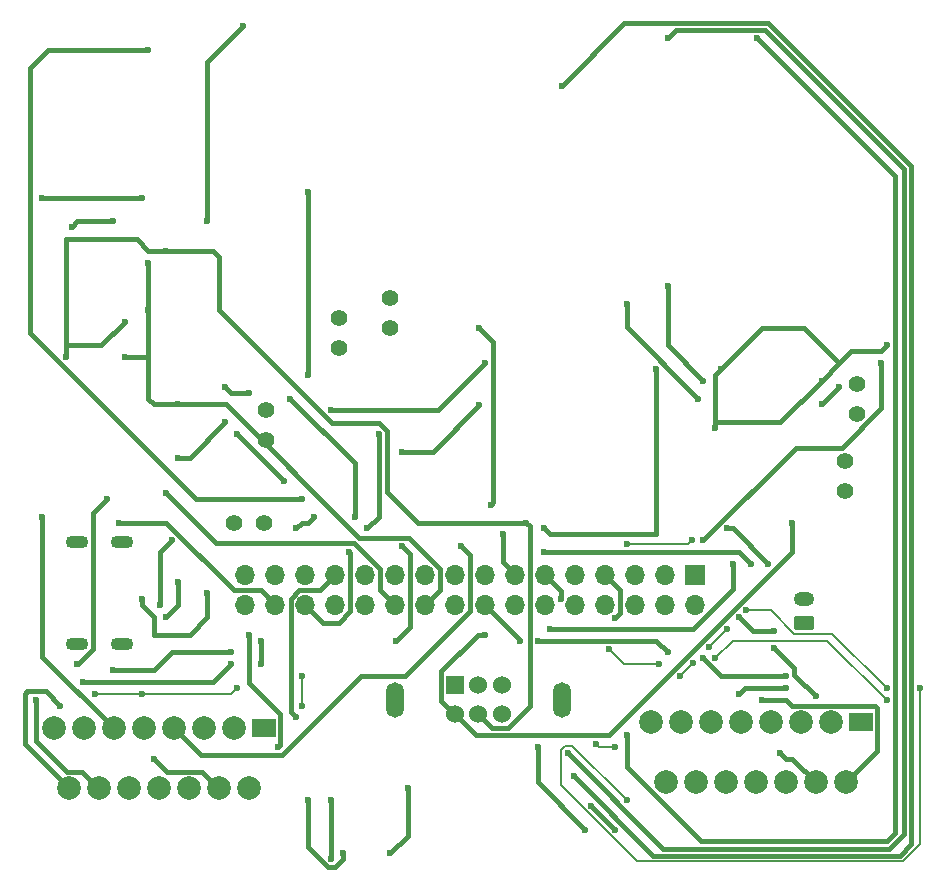
<source format=gbr>
%TF.GenerationSoftware,KiCad,Pcbnew,8.0.9*%
%TF.CreationDate,2025-04-09T23:57:20+02:00*%
%TF.ProjectId,Micro_mouse_final,4d696372-6f5f-46d6-9f75-73655f66696e,rev?*%
%TF.SameCoordinates,Original*%
%TF.FileFunction,Copper,L2,Bot*%
%TF.FilePolarity,Positive*%
%FSLAX46Y46*%
G04 Gerber Fmt 4.6, Leading zero omitted, Abs format (unit mm)*
G04 Created by KiCad (PCBNEW 8.0.9) date 2025-04-09 23:57:20*
%MOMM*%
%LPD*%
G01*
G04 APERTURE LIST*
G04 Aperture macros list*
%AMRoundRect*
0 Rectangle with rounded corners*
0 $1 Rounding radius*
0 $2 $3 $4 $5 $6 $7 $8 $9 X,Y pos of 4 corners*
0 Add a 4 corners polygon primitive as box body*
4,1,4,$2,$3,$4,$5,$6,$7,$8,$9,$2,$3,0*
0 Add four circle primitives for the rounded corners*
1,1,$1+$1,$2,$3*
1,1,$1+$1,$4,$5*
1,1,$1+$1,$6,$7*
1,1,$1+$1,$8,$9*
0 Add four rect primitives between the rounded corners*
20,1,$1+$1,$2,$3,$4,$5,0*
20,1,$1+$1,$4,$5,$6,$7,0*
20,1,$1+$1,$6,$7,$8,$9,0*
20,1,$1+$1,$8,$9,$2,$3,0*%
G04 Aperture macros list end*
%TA.AperFunction,ComponentPad*%
%ADD10C,1.400000*%
%TD*%
%TA.AperFunction,ComponentPad*%
%ADD11R,1.700000X1.700000*%
%TD*%
%TA.AperFunction,ComponentPad*%
%ADD12O,1.700000X1.700000*%
%TD*%
%TA.AperFunction,ComponentPad*%
%ADD13O,1.900000X1.100000*%
%TD*%
%TA.AperFunction,ComponentPad*%
%ADD14R,2.000000X1.600000*%
%TD*%
%TA.AperFunction,ComponentPad*%
%ADD15C,2.000000*%
%TD*%
%TA.AperFunction,ComponentPad*%
%ADD16R,1.524003X1.524003*%
%TD*%
%TA.AperFunction,ComponentPad*%
%ADD17C,1.524003*%
%TD*%
%TA.AperFunction,ComponentPad*%
%ADD18O,1.524003X3.000000*%
%TD*%
%TA.AperFunction,ComponentPad*%
%ADD19RoundRect,0.250000X0.625000X-0.350000X0.625000X0.350000X-0.625000X0.350000X-0.625000X-0.350000X0*%
%TD*%
%TA.AperFunction,ComponentPad*%
%ADD20O,1.750000X1.200000*%
%TD*%
%TA.AperFunction,ViaPad*%
%ADD21C,0.600000*%
%TD*%
%TA.AperFunction,Conductor*%
%ADD22C,0.400000*%
%TD*%
%TA.AperFunction,Conductor*%
%ADD23C,0.200000*%
%TD*%
G04 APERTURE END LIST*
D10*
%TO.P,TP5,1,1*%
%TO.N,/5V*%
X150000000Y-98540000D03*
%TO.P,TP5,2,2*%
%TO.N,GND*%
X150000000Y-96000000D03*
%TD*%
%TO.P,TP4,1,1*%
%TO.N,/5V Regulator Charge*%
X145650000Y-100250000D03*
%TO.P,TP4,2,2*%
%TO.N,GND*%
X145650000Y-97710000D03*
%TD*%
D11*
%TO.P,J3,1,Pin_1*%
%TO.N,/Motor2_B_OUT*%
X175820000Y-119460000D03*
D12*
%TO.P,J3,2,Pin_2*%
%TO.N,/Motor2_A_OUT*%
X175820000Y-122000000D03*
%TO.P,J3,3,Pin_3*%
%TO.N,/Motor4_A_OUT*%
X173280000Y-119460000D03*
%TO.P,J3,4,Pin_4*%
%TO.N,/MOTOR2_CTRL1*%
X173280000Y-122000000D03*
%TO.P,J3,5,Pin_5*%
%TO.N,/Motor4_B_Out*%
X170740000Y-119460000D03*
%TO.P,J3,6,Pin_6*%
%TO.N,/MOTOR2_CTRL2*%
X170740000Y-122000000D03*
%TO.P,J3,7,Pin_7*%
%TO.N,/CTRL_EXT_LOAD2*%
X168200000Y-119460000D03*
%TO.P,J3,8,Pin_8*%
%TO.N,/MOTOR4_CTRL1*%
X168200000Y-122000000D03*
%TO.P,J3,9,Pin_9*%
%TO.N,/USART2_RX*%
X165660000Y-119460000D03*
%TO.P,J3,10,Pin_10*%
%TO.N,/MOTOR4_CTRL2*%
X165660000Y-122000000D03*
%TO.P,J3,11,Pin_11*%
%TO.N,/EXT_LOAD2_OUT*%
X163120000Y-119460000D03*
%TO.P,J3,12,Pin_12*%
%TO.N,/USART2_TX*%
X163120000Y-122000000D03*
%TO.P,J3,13,Pin_13*%
%TO.N,/FAST_CHARGE_CTRL*%
X160580000Y-119460000D03*
%TO.P,J3,14,Pin_14*%
%TO.N,/BatteryPos*%
X160580000Y-122000000D03*
%TO.P,J3,15,Pin_15*%
%TO.N,unconnected-(J3-Pin_15-Pad15)*%
X158040000Y-119460000D03*
%TO.P,J3,16,Pin_16*%
%TO.N,/I2C1_SCL*%
X158040000Y-122000000D03*
%TO.P,J3,17,Pin_17*%
%TO.N,/I2C1_SDA*%
X155500000Y-119460000D03*
%TO.P,J3,18,Pin_18*%
%TO.N,/3V3 OUT*%
X155500000Y-122000000D03*
%TO.P,J3,19,Pin_19*%
%TO.N,GND*%
X152960000Y-119460000D03*
%TO.P,J3,20,Pin_20*%
%TO.N,/5V*%
X152960000Y-122000000D03*
%TO.P,J3,21,Pin_21*%
%TO.N,/EXT_LOAD1_OUT*%
X150420000Y-119460000D03*
%TO.P,J3,22,Pin_22*%
%TO.N,/9V*%
X150420000Y-122000000D03*
%TO.P,J3,23,Pin_23*%
%TO.N,GND*%
X147880000Y-119460000D03*
%TO.P,J3,24,Pin_24*%
%TO.N,/MOTOR3_CTRL1*%
X147880000Y-122000000D03*
%TO.P,J3,25,Pin_25*%
%TO.N,/CTRL_EXT_LOAD1*%
X145340000Y-119460000D03*
%TO.P,J3,26,Pin_26*%
%TO.N,/MOTOR3_CTRL2*%
X145340000Y-122000000D03*
%TO.P,J3,27,Pin_27*%
%TO.N,/MOTOR3_A_OUT*%
X142800000Y-119460000D03*
%TO.P,J3,28,Pin_28*%
%TO.N,/MOTOR1_CTRL1*%
X142800000Y-122000000D03*
%TO.P,J3,29,Pin_29*%
%TO.N,/MOTOR3_B_OUT*%
X140260000Y-119460000D03*
%TO.P,J3,30,Pin_30*%
%TO.N,/MOTOR1_CTRL2*%
X140260000Y-122000000D03*
%TO.P,J3,31,Pin_31*%
%TO.N,/MOTOR1_B_OUT*%
X137720000Y-119460000D03*
%TO.P,J3,32,Pin_32*%
%TO.N,/MOTOR1_A_OUT*%
X137720000Y-122000000D03*
%TD*%
D13*
%TO.P,J2,7*%
%TO.N,N/C*%
X127275083Y-116680086D03*
X123474981Y-116680086D03*
X127275083Y-125319914D03*
X123474981Y-125319914D03*
%TD*%
D10*
%TO.P,TP3,1,1*%
%TO.N,Net-(J1-Pin_1)*%
X188500000Y-109750000D03*
%TO.P,TP3,2,2*%
%TO.N,/BatteryPos*%
X188500000Y-112290000D03*
%TD*%
%TO.P,TP10,1,1*%
%TO.N,Net-(U3-VSET)*%
X136750000Y-115000000D03*
%TO.P,TP10,2,2*%
%TO.N,GND*%
X139290000Y-115000000D03*
%TD*%
D14*
%TO.P,U8,1,Sense_A*%
%TO.N,Net-(U8-Sense_A)*%
X189810008Y-131919990D03*
D15*
%TO.P,U8,2,OUT_1*%
%TO.N,/Motor2_A_OUT*%
X188540005Y-137000000D03*
%TO.P,U8,3,OUT_2*%
%TO.N,/Motor2_B_OUT*%
X187270003Y-131919990D03*
%TO.P,U8,4,VS*%
%TO.N,/5V*%
X186000000Y-137000000D03*
%TO.P,U8,5,Input_1*%
%TO.N,/MOTOR2_CTRL1_2.4*%
X184729998Y-131919990D03*
%TO.P,U8,6,Enable_A*%
X183459995Y-137000000D03*
%TO.P,U8,7,Input_2*%
%TO.N,/MOTOR2_CTRL2_2.4*%
X182189993Y-131919990D03*
%TO.P,U8,8,GND*%
%TO.N,GND*%
X180919990Y-137000000D03*
%TO.P,U8,9,VSS*%
%TO.N,/5V*%
X179649987Y-131919990D03*
%TO.P,U8,10,Input_3*%
%TO.N,/MOTOR4_CTRL1_2.4*%
X178379985Y-137000000D03*
%TO.P,U8,11,Enable_B*%
X177109982Y-131919990D03*
%TO.P,U8,12,Input_4*%
%TO.N,/MOTOR4_CTRL2_2.4*%
X175839980Y-137000000D03*
%TO.P,U8,13,Out3*%
%TO.N,/Motor4_A_OUT*%
X174569977Y-131919990D03*
%TO.P,U8,14,Out4*%
%TO.N,/Motor4_B_Out*%
X173299975Y-137000000D03*
%TO.P,U8,15,Sense_B*%
%TO.N,Net-(U8-Sense_B)*%
X172029972Y-131919990D03*
%TD*%
D14*
%TO.P,U7,1,Sense_A*%
%TO.N,Net-(U7-Sense_A)*%
X139270003Y-132419990D03*
D15*
%TO.P,U7,2,OUT_1*%
%TO.N,/MOTOR1_A_OUT*%
X138000000Y-137500000D03*
%TO.P,U7,3,OUT_2*%
%TO.N,/MOTOR1_B_OUT*%
X136729998Y-132419990D03*
%TO.P,U7,4,VS*%
%TO.N,/5V*%
X135459995Y-137500000D03*
%TO.P,U7,5,Input_1*%
%TO.N,/MOTOR1_CTRL1_2.4*%
X134189993Y-132419990D03*
%TO.P,U7,6,Enable_A*%
X132919990Y-137500000D03*
%TO.P,U7,7,Input_2*%
%TO.N,/MOTOR1_CTRL2_2.4*%
X131649988Y-132419990D03*
%TO.P,U7,8,GND*%
%TO.N,GND*%
X130379985Y-137500000D03*
%TO.P,U7,9,VSS*%
%TO.N,/5V*%
X129109982Y-132419990D03*
%TO.P,U7,10,Input_3*%
%TO.N,/MOTOR3_CTRL1_2.4*%
X127839980Y-137500000D03*
%TO.P,U7,11,Enable_B*%
X126569977Y-132419990D03*
%TO.P,U7,12,Input_4*%
%TO.N,/MOTOR3_CTRL2_2.4*%
X125299975Y-137500000D03*
%TO.P,U7,13,Out3*%
%TO.N,/MOTOR3_A_OUT*%
X124029972Y-132419990D03*
%TO.P,U7,14,Out4*%
%TO.N,/MOTOR3_B_OUT*%
X122759970Y-137500000D03*
%TO.P,U7,15,Sense_B*%
%TO.N,Net-(U7-Sense_B)*%
X121489967Y-132419990D03*
%TD*%
D16*
%TO.P,U14,1,1*%
%TO.N,unconnected-(U14-Pad1)*%
X155449962Y-128750063D03*
D17*
%TO.P,U14,2,2*%
%TO.N,/5V Regulator Charge*%
X157449962Y-128750063D03*
%TO.P,U14,3,3*%
%TO.N,/9V*%
X159449962Y-128750063D03*
%TO.P,U14,4,4*%
%TO.N,/BatteryPos*%
X155449962Y-131250191D03*
%TO.P,U14,5,5*%
%TO.N,/5VBoostedOn*%
X157449962Y-131250191D03*
%TO.P,U14,6,6*%
%TO.N,unconnected-(U14-Pad6)*%
X159449962Y-131250191D03*
D18*
%TO.P,U14,7,7*%
%TO.N,unconnected-(U14-Pad7)*%
X164500000Y-130000000D03*
%TO.P,U14,8,8*%
%TO.N,unconnected-(U14-Pad8)*%
X150399924Y-130000000D03*
%TD*%
D19*
%TO.P,J1,1,Pin_1*%
%TO.N,Net-(J1-Pin_1)*%
X185050000Y-123500000D03*
D20*
%TO.P,J1,2,Pin_2*%
%TO.N,GND*%
X185050000Y-121500000D03*
%TD*%
D10*
%TO.P,TP8,1,1*%
%TO.N,Net-(D2-K)*%
X139500000Y-105460000D03*
%TO.P,TP8,2,2*%
%TO.N,/5V*%
X139500000Y-108000000D03*
%TD*%
%TO.P,TP6,1,1*%
%TO.N,/BatteryPos*%
X189500000Y-103250000D03*
%TO.P,TP6,2,2*%
X189500000Y-105790000D03*
%TD*%
D21*
%TO.N,/BatteryPos*%
X158000000Y-124500000D03*
%TO.N,/Motor4_B_Out*%
X170000000Y-116800000D03*
X175500000Y-116500000D03*
X177000000Y-125500000D03*
X178500000Y-124000000D03*
X180065687Y-122434313D03*
X192000000Y-129000000D03*
X194850000Y-129000000D03*
X170000000Y-138500000D03*
%TO.N,/Motor2_B_OUT*%
X179500000Y-123000000D03*
X182500000Y-125600000D03*
X186000000Y-129700000D03*
X182500000Y-124200000D03*
%TO.N,Net-(U8-Sense_A)*%
X168500000Y-125700000D03*
X172700000Y-127000000D03*
X174500000Y-128000000D03*
X175609974Y-126890027D03*
X177500000Y-126500000D03*
X192000000Y-130000000D03*
%TO.N,Net-(U7-Sense_B)*%
X125000000Y-129500000D03*
X137000000Y-129000000D03*
X142500000Y-128000000D03*
X142500000Y-130500000D03*
%TO.N,/CTRL_EXT_LOAD1*%
X142000000Y-131500000D03*
%TO.N,/5V*%
X162530000Y-125000000D03*
X173500000Y-126000000D03*
%TO.N,Net-(U8-Sense_B)*%
X169044975Y-134044975D03*
X167397859Y-133712192D03*
%TO.N,/CTRL_EXT_LOAD2*%
X169043340Y-123054175D03*
%TO.N,/EXT_LOAD2_OUT*%
X164420260Y-121465629D03*
X162500000Y-134000000D03*
X166500000Y-141000000D03*
%TO.N,Net-(U15-C)*%
X167000000Y-139000000D03*
X169000000Y-141000000D03*
%TO.N,/MOTOR4_CTRL2*%
X165500000Y-136500000D03*
X164500000Y-78000000D03*
%TO.N,/MOTOR4_CTRL1*%
X165000000Y-134500000D03*
X173500000Y-74000000D03*
%TO.N,/MOTOR2_CTRL2*%
X170000000Y-133000000D03*
X181000000Y-74000000D03*
%TO.N,/MOTOR2_CTRL2_2.4*%
X183500000Y-129000000D03*
X179500000Y-129500000D03*
%TO.N,/Motor2_A_OUT*%
X181500000Y-130000000D03*
%TO.N,/MOTOR2_CTRL1*%
X176500000Y-126500000D03*
X183500000Y-128000000D03*
%TO.N,/MOTOR2_CTRL1_2.4*%
X176500000Y-116500000D03*
X191500000Y-101500000D03*
%TO.N,/MOTOR3_A_OUT*%
X136500000Y-126000000D03*
X126500000Y-127500000D03*
%TO.N,/5V*%
X183000000Y-134500000D03*
X130000000Y-135000000D03*
%TO.N,/MOTOR1_CTRL2_2.4*%
X156000000Y-117000000D03*
X158500000Y-113500000D03*
X157500000Y-98500000D03*
%TO.N,/MOTOR3_CTRL2_2.4*%
X120000000Y-130000000D03*
X126000000Y-113000000D03*
X123500000Y-127000000D03*
X132000000Y-109500000D03*
X136000000Y-106500000D03*
X136000000Y-103500000D03*
X138000000Y-104000000D03*
%TO.N,/MOTOR3_CTRL1_2.4*%
X120500000Y-114500000D03*
X129000000Y-87500000D03*
%TO.N,/MOTOR1_CTRL1*%
X146500000Y-117500000D03*
X147000000Y-114500000D03*
%TO.N,/MOTOR1_CTRL2*%
X123000000Y-90000000D03*
X126500000Y-89500000D03*
X127000000Y-115000000D03*
%TO.N,/MOTOR3_CTRL2*%
X142000000Y-115500000D03*
X143500000Y-114500000D03*
X141000000Y-111500000D03*
X137000000Y-107500000D03*
%TO.N,/MOTOR3_CTRL1*%
X137500000Y-73000000D03*
X134500000Y-89500000D03*
%TO.N,/3V3 OUT*%
X142500000Y-113000000D03*
X129500000Y-75000000D03*
%TO.N,/5V*%
X132000000Y-105000000D03*
X129500000Y-97000000D03*
X127500000Y-101000000D03*
%TO.N,/5VBoostedOn*%
X127500000Y-98000000D03*
X131000000Y-92000000D03*
%TO.N,/BatteryPos*%
X184000000Y-115000000D03*
%TO.N,Net-(U9-STDBY#)*%
X186500000Y-105000000D03*
X188000000Y-103500000D03*
%TO.N,/5V*%
X178500000Y-115500000D03*
X182000000Y-118500000D03*
%TO.N,/FAST_CHARGE_CTRL*%
X159500000Y-116000000D03*
%TO.N,/I2C1_SDA*%
X163000000Y-117500000D03*
X180500000Y-118500000D03*
%TO.N,/I2C1_SCL*%
X161000000Y-125000000D03*
X163500000Y-124000000D03*
X179000000Y-118500000D03*
%TO.N,/5V*%
X129500000Y-93000000D03*
%TO.N,Net-(LED1-A)*%
X192000000Y-100000000D03*
X186500000Y-103000000D03*
X178000000Y-102000000D03*
X177500000Y-107000000D03*
%TO.N,/FAST_CHARGE_CTRL*%
X163000000Y-115500000D03*
X172494420Y-101994420D03*
%TO.N,/R_prog*%
X170000000Y-96500000D03*
X176500000Y-103000000D03*
X173500000Y-95000000D03*
X176076755Y-104500000D03*
%TO.N,/5VBoostedOn*%
X161500000Y-115000000D03*
%TO.N,/5V*%
X151000000Y-109000000D03*
X157518049Y-105090304D03*
%TO.N,Net-(D2-K)*%
X158000000Y-101500000D03*
X145000000Y-105500000D03*
%TO.N,Net-(U6-E)*%
X143000000Y-138500000D03*
X146000000Y-143000000D03*
%TO.N,Net-(U12-B)*%
X145000000Y-138500000D03*
X145000000Y-143500000D03*
%TO.N,/EXT_LOAD1_OUT*%
X150000000Y-143000000D03*
X151500000Y-137500000D03*
X151000000Y-117000000D03*
X150500000Y-125000000D03*
%TO.N,/MOTOR1_A_OUT*%
X138000000Y-124500000D03*
X140500000Y-134000000D03*
%TO.N,/5V Regulator Charge*%
X148000000Y-115500000D03*
X149000000Y-107500000D03*
%TO.N,/9V*%
X131000000Y-112500000D03*
X130500000Y-122000000D03*
X131500000Y-116500000D03*
%TO.N,Net-(J2-CC2)*%
X134500000Y-121000000D03*
X129000000Y-121500000D03*
%TO.N,Net-(U3-VSET)*%
X132000000Y-120000000D03*
X131000000Y-123000000D03*
%TO.N,/5VBoostedOn*%
X122500000Y-101000000D03*
%TO.N,/MOTOR1_CTRL1*%
X143000000Y-102500000D03*
X143000000Y-87000000D03*
X141500000Y-104500000D03*
%TO.N,/MOTOR3_CTRL1_2.4*%
X120500000Y-87500000D03*
%TO.N,/MOTOR3_B_OUT*%
X139000000Y-125000000D03*
X139000000Y-127000000D03*
X122000000Y-130500000D03*
X136500000Y-127000000D03*
X124000000Y-128500000D03*
%TO.N,Net-(U7-Sense_B)*%
X129000000Y-129500000D03*
%TD*%
D22*
%TO.N,/BatteryPos*%
X154287961Y-127588062D02*
X157376023Y-124500000D01*
X154287961Y-130088190D02*
X154287961Y-127588062D01*
X157376023Y-124500000D02*
X158000000Y-124500000D01*
X155449962Y-131250191D02*
X154287961Y-130088190D01*
D23*
%TO.N,/Motor4_B_Out*%
X175200000Y-116800000D02*
X170000000Y-116800000D01*
X175500000Y-116500000D02*
X175200000Y-116800000D01*
X178500000Y-124000000D02*
X177000000Y-125500000D01*
X182224569Y-122434313D02*
X180065687Y-122434313D01*
X184190256Y-124400000D02*
X182224569Y-122434313D01*
X187400000Y-124400000D02*
X184190256Y-124400000D01*
X192000000Y-129000000D02*
X187400000Y-124400000D01*
X194850000Y-142207107D02*
X194850000Y-129000000D01*
X193357107Y-143700000D02*
X194850000Y-142207107D01*
X170851471Y-143700000D02*
X193357107Y-143700000D01*
X164400000Y-137248529D02*
X170851471Y-143700000D01*
X165400000Y-133900000D02*
X164751471Y-133900000D01*
X164400000Y-134251471D02*
X164400000Y-137248529D01*
X164751471Y-133900000D02*
X164400000Y-134251471D01*
X170000000Y-138500000D02*
X165400000Y-133900000D01*
D22*
%TO.N,/Motor2_B_OUT*%
X180700000Y-124200000D02*
X179500000Y-123000000D01*
X182500000Y-124200000D02*
X180700000Y-124200000D01*
X184200000Y-127300000D02*
X182500000Y-125600000D01*
X184200000Y-127900000D02*
X184200000Y-127300000D01*
X186000000Y-129700000D02*
X184200000Y-127900000D01*
%TO.N,/Motor2_A_OUT*%
X191210008Y-134329997D02*
X188540005Y-137000000D01*
X183489950Y-130000000D02*
X183989950Y-130500000D01*
X183989950Y-130500000D02*
X190990018Y-130500000D01*
X181500000Y-130000000D02*
X183489950Y-130000000D01*
X190990018Y-130500000D02*
X191210008Y-130719990D01*
X191210008Y-130719990D02*
X191210008Y-134329997D01*
D23*
%TO.N,Net-(U8-Sense_A)*%
X169800000Y-127000000D02*
X168500000Y-125700000D01*
X172700000Y-127000000D02*
X169800000Y-127000000D01*
X175609973Y-126890027D02*
X174500000Y-128000000D01*
X175609974Y-126890027D02*
X175609973Y-126890027D01*
X179000000Y-125000000D02*
X177500000Y-126500000D01*
X179500000Y-125000000D02*
X179000000Y-125000000D01*
X187000000Y-125000000D02*
X179500000Y-125000000D01*
X192000000Y-130000000D02*
X187000000Y-125000000D01*
%TO.N,Net-(U7-Sense_B)*%
X129000000Y-129500000D02*
X125000000Y-129500000D01*
X136500000Y-129500000D02*
X137100000Y-128900000D01*
X129000000Y-129500000D02*
X136500000Y-129500000D01*
X137100000Y-128900000D02*
X137000000Y-129000000D01*
X142500000Y-130500000D02*
X142500000Y-128000000D01*
D22*
%TO.N,/CTRL_EXT_LOAD1*%
X142282233Y-120750000D02*
X144050000Y-120750000D01*
X141550000Y-121482233D02*
X142282233Y-120750000D01*
X141550000Y-131050000D02*
X141550000Y-121482233D01*
X142000000Y-131500000D02*
X141550000Y-131050000D01*
X144050000Y-120750000D02*
X145340000Y-119460000D01*
%TO.N,/5V*%
X172500000Y-125000000D02*
X162530000Y-125000000D01*
X173500000Y-126000000D02*
X172500000Y-125000000D01*
%TO.N,/FAST_CHARGE_CTRL*%
X163500000Y-116000000D02*
X163000000Y-115500000D01*
X172494420Y-116000000D02*
X163500000Y-116000000D01*
X172494420Y-101994420D02*
X172494420Y-116000000D01*
D23*
%TO.N,Net-(U8-Sense_B)*%
X169000000Y-134000000D02*
X169044975Y-134044975D01*
X167685667Y-134000000D02*
X169000000Y-134000000D01*
X167397859Y-133712192D02*
X167685667Y-134000000D01*
D22*
%TO.N,/CTRL_EXT_LOAD2*%
X169450000Y-122647515D02*
X169043340Y-123054175D01*
X169450000Y-120710000D02*
X169450000Y-122647515D01*
X168200000Y-119460000D02*
X169450000Y-120710000D01*
%TO.N,/EXT_LOAD2_OUT*%
X164420260Y-120760260D02*
X163120000Y-119460000D01*
X164420260Y-121465629D02*
X164420260Y-120760260D01*
X166500000Y-141000000D02*
X162500000Y-137000000D01*
X162500000Y-137000000D02*
X162500000Y-134000000D01*
%TO.N,Net-(U15-C)*%
X167000000Y-139000000D02*
X169000000Y-141000000D01*
%TO.N,/MOTOR4_CTRL2*%
X172200000Y-143200000D02*
X165500000Y-136500000D01*
X193150000Y-143200000D02*
X172200000Y-143200000D01*
X194100000Y-142250000D02*
X193150000Y-143200000D01*
X194100000Y-84801472D02*
X194100000Y-142250000D01*
X169800000Y-72700000D02*
X181998528Y-72700000D01*
X181998528Y-72700000D02*
X194100000Y-84801472D01*
X164500000Y-78000000D02*
X169800000Y-72700000D01*
%TO.N,/MOTOR4_CTRL1*%
X173100000Y-142600000D02*
X165000000Y-134500000D01*
X192248528Y-142600000D02*
X173100000Y-142600000D01*
X193500000Y-141348528D02*
X192248528Y-142600000D01*
X174200000Y-73300000D02*
X181750000Y-73300000D01*
X193500000Y-85050000D02*
X193500000Y-141348528D01*
X181750000Y-73300000D02*
X193500000Y-85050000D01*
X173500000Y-74000000D02*
X174200000Y-73300000D01*
%TO.N,/MOTOR2_CTRL2*%
X176320076Y-142000000D02*
X170000000Y-135679924D01*
X192700000Y-85700000D02*
X192700000Y-141300000D01*
X192000000Y-142000000D02*
X176320076Y-142000000D01*
X192700000Y-141300000D02*
X192000000Y-142000000D01*
X181000000Y-74000000D02*
X192700000Y-85700000D01*
X170000000Y-135679924D02*
X170000000Y-133000000D01*
%TO.N,/MOTOR2_CTRL2_2.4*%
X180000000Y-129000000D02*
X179500000Y-129500000D01*
X183500000Y-129000000D02*
X180000000Y-129000000D01*
%TO.N,/MOTOR2_CTRL1*%
X178000000Y-128000000D02*
X176500000Y-126500000D01*
X183500000Y-128000000D02*
X178000000Y-128000000D01*
%TO.N,Net-(LED1-A)*%
X185000000Y-98500000D02*
X188000000Y-101500000D01*
X181500000Y-98500000D02*
X185000000Y-98500000D01*
X178000000Y-102000000D02*
X181500000Y-98500000D01*
%TO.N,/MOTOR2_CTRL1_2.4*%
X184350000Y-108650000D02*
X176500000Y-116500000D01*
X188195635Y-108650000D02*
X184350000Y-108650000D01*
X191500000Y-105345635D02*
X188195635Y-108650000D01*
X191500000Y-101500000D02*
X191500000Y-105345635D01*
%TO.N,/MOTOR3_A_OUT*%
X131500000Y-126000000D02*
X136500000Y-126000000D01*
X130000000Y-127500000D02*
X131500000Y-126000000D01*
X126500000Y-127500000D02*
X130000000Y-127500000D01*
%TO.N,/5V*%
X183000000Y-134500000D02*
X183500000Y-135000000D01*
X183500000Y-135000000D02*
X184000000Y-135000000D01*
X184000000Y-135000000D02*
X186000000Y-137000000D01*
X130000000Y-135000000D02*
X131100000Y-136100000D01*
X131100000Y-136100000D02*
X134059995Y-136100000D01*
X134059995Y-136100000D02*
X135459995Y-137500000D01*
%TO.N,/MOTOR1_CTRL2_2.4*%
X140789950Y-134700000D02*
X133929998Y-134700000D01*
X147489950Y-128000000D02*
X140789950Y-134700000D01*
X151267767Y-128000000D02*
X147489950Y-128000000D01*
X133929998Y-134700000D02*
X131649988Y-132419990D01*
X156750000Y-122517767D02*
X151267767Y-128000000D01*
X156750000Y-117750000D02*
X156750000Y-122517767D01*
X156000000Y-117000000D02*
X156750000Y-117750000D01*
X158700000Y-113300000D02*
X158500000Y-113500000D01*
X158700000Y-99700000D02*
X158700000Y-113300000D01*
X157500000Y-98500000D02*
X158700000Y-99700000D01*
%TO.N,/MOTOR3_CTRL2_2.4*%
X123899975Y-136100000D02*
X125299975Y-137500000D01*
X122600000Y-136100000D02*
X123899975Y-136100000D01*
X120000000Y-133500000D02*
X122600000Y-136100000D01*
X120000000Y-130000000D02*
X120000000Y-133500000D01*
X123538398Y-127000000D02*
X123500000Y-127000000D01*
X124824981Y-125713417D02*
X123538398Y-127000000D01*
X126000000Y-113000000D02*
X124824981Y-114175019D01*
X124824981Y-114175019D02*
X124824981Y-125713417D01*
X133000000Y-109500000D02*
X132000000Y-109500000D01*
X136000000Y-106500000D02*
X133000000Y-109500000D01*
X138000000Y-104000000D02*
X136500000Y-104000000D01*
X136500000Y-104000000D02*
X136000000Y-103500000D01*
%TO.N,/MOTOR3_CTRL1_2.4*%
X120500000Y-126350013D02*
X126569977Y-132419990D01*
X120500000Y-114500000D02*
X120500000Y-126350013D01*
%TO.N,/3V3 OUT*%
X133510050Y-113000000D02*
X142500000Y-113000000D01*
X119500000Y-98989950D02*
X133510050Y-113000000D01*
X119500000Y-76500000D02*
X119500000Y-98989950D01*
X121000000Y-75000000D02*
X119500000Y-76500000D01*
X129500000Y-75000000D02*
X121000000Y-75000000D01*
%TO.N,/MOTOR1_CTRL1*%
X144300000Y-123500000D02*
X142800000Y-122000000D01*
X145607767Y-123500000D02*
X144300000Y-123500000D01*
X146590000Y-122517767D02*
X145607767Y-123500000D01*
X146590000Y-117590000D02*
X146590000Y-122517767D01*
X146500000Y-117500000D02*
X146590000Y-117590000D01*
%TO.N,/MOTOR1_CTRL2*%
X139010000Y-120750000D02*
X140260000Y-122000000D01*
X136739950Y-120750000D02*
X139010000Y-120750000D01*
X130989950Y-115000000D02*
X136739950Y-120750000D01*
X127000000Y-115000000D02*
X130989950Y-115000000D01*
X126500000Y-89500000D02*
X123500000Y-89500000D01*
X123500000Y-89500000D02*
X123000000Y-90000000D01*
%TO.N,/MOTOR3_CTRL2*%
X143500000Y-114500000D02*
X143000000Y-115000000D01*
X143000000Y-115000000D02*
X142500000Y-115000000D01*
X137000000Y-107500000D02*
X141000000Y-111500000D01*
X142500000Y-115000000D02*
X142000000Y-115500000D01*
%TO.N,/MOTOR3_CTRL1*%
X134500000Y-76000000D02*
X134500000Y-89500000D01*
X137500000Y-73000000D02*
X134500000Y-76000000D01*
%TO.N,/5V*%
X132000000Y-105000000D02*
X136036295Y-105000000D01*
X130000000Y-105000000D02*
X132000000Y-105000000D01*
X129500000Y-97000000D02*
X129500000Y-101000000D01*
X129500000Y-93000000D02*
X129500000Y-97000000D01*
X127500000Y-101000000D02*
X129500000Y-101000000D01*
X129500000Y-101000000D02*
X129500000Y-104500000D01*
%TO.N,/5VBoostedOn*%
X125500000Y-100000000D02*
X122500000Y-100000000D01*
X122500000Y-100000000D02*
X122500000Y-101000000D01*
X127500000Y-98000000D02*
X125500000Y-100000000D01*
X122500000Y-91000000D02*
X122500000Y-100000000D01*
X135000000Y-92000000D02*
X131000000Y-92000000D01*
X135500000Y-97000000D02*
X135500000Y-92500000D01*
X149049950Y-106560000D02*
X145060000Y-106560000D01*
X145060000Y-106560000D02*
X135500000Y-97000000D01*
X149700000Y-107210050D02*
X149049950Y-106560000D01*
X135500000Y-92500000D02*
X135000000Y-92000000D01*
X149700000Y-112400000D02*
X149700000Y-107210050D01*
X152300000Y-115000000D02*
X149700000Y-112400000D01*
X161500000Y-115000000D02*
X152300000Y-115000000D01*
%TO.N,/BatteryPos*%
X157211963Y-133012192D02*
X155449962Y-131250191D01*
X184000000Y-115000000D02*
X184000000Y-117489950D01*
X184000000Y-117489950D02*
X168477758Y-133012192D01*
X168477758Y-133012192D02*
X157211963Y-133012192D01*
%TO.N,Net-(U9-STDBY#)*%
X188000000Y-103500000D02*
X186500000Y-105000000D01*
%TO.N,/5V*%
X182000000Y-118500000D02*
X179000000Y-115500000D01*
X179000000Y-115500000D02*
X178500000Y-115500000D01*
%TO.N,/FAST_CHARGE_CTRL*%
X159500000Y-118380000D02*
X160580000Y-119460000D01*
X159500000Y-116000000D02*
X159500000Y-118380000D01*
%TO.N,/I2C1_SDA*%
X179500000Y-117500000D02*
X163000000Y-117500000D01*
X180500000Y-118500000D02*
X179500000Y-117500000D01*
%TO.N,/I2C1_SCL*%
X161000000Y-124960000D02*
X158040000Y-122000000D01*
X161000000Y-125000000D02*
X161000000Y-124960000D01*
X175587767Y-124000000D02*
X163500000Y-124000000D01*
X179000000Y-118500000D02*
X179000000Y-120587767D01*
X179000000Y-120587767D02*
X175587767Y-124000000D01*
%TO.N,/5V*%
X154210000Y-120750000D02*
X152960000Y-122000000D01*
X154210000Y-118942233D02*
X154210000Y-120750000D01*
X151567767Y-116300000D02*
X154210000Y-118942233D01*
X147336295Y-116300000D02*
X151567767Y-116300000D01*
X129500000Y-104500000D02*
X130000000Y-105000000D01*
X136036295Y-105000000D02*
X147336295Y-116300000D01*
%TO.N,Net-(LED1-A)*%
X188000000Y-101500000D02*
X186500000Y-103000000D01*
X189000000Y-100500000D02*
X188000000Y-101500000D01*
X191500000Y-100500000D02*
X189000000Y-100500000D01*
X192000000Y-100000000D02*
X191500000Y-100500000D01*
X183000000Y-106500000D02*
X186500000Y-103000000D01*
X177500000Y-106500000D02*
X177500000Y-102500000D01*
X177500000Y-106500000D02*
X183000000Y-106500000D01*
X177500000Y-107000000D02*
X177500000Y-106500000D01*
X177500000Y-102500000D02*
X178000000Y-102000000D01*
%TO.N,/R_prog*%
X170000000Y-96500000D02*
X170000000Y-98423245D01*
X170000000Y-98423245D02*
X176076755Y-104500000D01*
X173500000Y-95000000D02*
X173500000Y-100000000D01*
X173500000Y-100000000D02*
X176500000Y-103000000D01*
%TO.N,/5VBoostedOn*%
X158611963Y-132412192D02*
X157449962Y-131250191D01*
X159931279Y-132412192D02*
X158611963Y-132412192D01*
X161830000Y-115330000D02*
X161830000Y-130513471D01*
X161500000Y-115000000D02*
X161830000Y-115330000D01*
X161830000Y-130513471D02*
X159931279Y-132412192D01*
%TO.N,/5V*%
X153608353Y-109000000D02*
X151000000Y-109000000D01*
X157518049Y-105090304D02*
X153608353Y-109000000D01*
%TO.N,Net-(D2-K)*%
X145000000Y-105500000D02*
X154000000Y-105500000D01*
X154000000Y-105500000D02*
X158000000Y-101500000D01*
%TO.N,Net-(U6-E)*%
X146000000Y-143500000D02*
X146000000Y-143000000D01*
X145300000Y-144200000D02*
X146000000Y-143500000D01*
X144710050Y-144200000D02*
X145300000Y-144200000D01*
X143000000Y-142489950D02*
X144710050Y-144200000D01*
X143000000Y-138500000D02*
X143000000Y-142489950D01*
%TO.N,Net-(U12-B)*%
X145000000Y-138500000D02*
X145000000Y-143500000D01*
%TO.N,/EXT_LOAD1_OUT*%
X151500000Y-141500000D02*
X150000000Y-143000000D01*
X151500000Y-137500000D02*
X151500000Y-141500000D01*
X151670000Y-123830000D02*
X151670000Y-117670000D01*
X150500000Y-125000000D02*
X151670000Y-123830000D01*
X151670000Y-117670000D02*
X151000000Y-117000000D01*
%TO.N,/5V Regulator Charge*%
X149000000Y-114500000D02*
X148000000Y-115500000D01*
X149000000Y-107500000D02*
X149000000Y-114500000D01*
%TO.N,/9V*%
X149130000Y-118942233D02*
X149130000Y-120710000D01*
X146887767Y-116700000D02*
X149130000Y-118942233D01*
X135200000Y-116700000D02*
X146887767Y-116700000D01*
X131000000Y-112500000D02*
X135200000Y-116700000D01*
X149130000Y-120710000D02*
X150420000Y-122000000D01*
X130500000Y-117500000D02*
X130500000Y-122000000D01*
X131500000Y-116500000D02*
X130500000Y-117500000D01*
%TO.N,Net-(J2-CC2)*%
X134500000Y-123000000D02*
X134500000Y-121000000D01*
X130000000Y-124500000D02*
X133000000Y-124500000D01*
X133000000Y-124500000D02*
X134500000Y-123000000D01*
X130000000Y-122989950D02*
X130000000Y-124500000D01*
X129000000Y-121989950D02*
X130000000Y-122989950D01*
X129000000Y-121500000D02*
X129000000Y-121989950D01*
%TO.N,Net-(U3-VSET)*%
X132000000Y-122000000D02*
X131000000Y-123000000D01*
X132000000Y-120000000D02*
X132000000Y-122000000D01*
%TO.N,/5VBoostedOn*%
X129510050Y-92000000D02*
X128510050Y-91000000D01*
X131000000Y-92000000D02*
X129510050Y-92000000D01*
X128510050Y-91000000D02*
X122500000Y-91000000D01*
%TO.N,/MOTOR1_CTRL1*%
X143000000Y-87000000D02*
X143000000Y-102500000D01*
X141500000Y-104500000D02*
X147000000Y-110000000D01*
X147000000Y-110000000D02*
X147000000Y-114500000D01*
%TO.N,/MOTOR3_CTRL1_2.4*%
X120500000Y-87500000D02*
X129000000Y-87500000D01*
%TO.N,/MOTOR1_A_OUT*%
X140500000Y-134000000D02*
X140670003Y-133829997D01*
X140670003Y-133829997D02*
X140670003Y-131219990D01*
X138000000Y-128549987D02*
X138000000Y-124500000D01*
X140670003Y-131219990D02*
X138000000Y-128549987D01*
%TO.N,/MOTOR3_B_OUT*%
X139000000Y-125000000D02*
X139000000Y-127000000D01*
X136500000Y-127000000D02*
X135000000Y-128500000D01*
X135000000Y-128500000D02*
X124000000Y-128500000D01*
X119250000Y-129300000D02*
X119050000Y-129500000D01*
X122000000Y-130500000D02*
X120800000Y-129300000D01*
X120800000Y-129300000D02*
X119250000Y-129300000D01*
X119050000Y-129500000D02*
X119050000Y-133790030D01*
X119050000Y-133790030D02*
X122759970Y-137500000D01*
%TD*%
M02*

</source>
